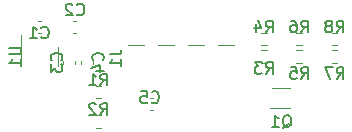
<source format=gbo>
%TF.GenerationSoftware,KiCad,Pcbnew,(6.0.9)*%
%TF.CreationDate,2023-01-27T20:46:41+09:00*%
%TF.ProjectId,VL6180ToF_5,564c3631-3830-4546-9f46-5f352e6b6963,rev?*%
%TF.SameCoordinates,Original*%
%TF.FileFunction,Legend,Bot*%
%TF.FilePolarity,Positive*%
%FSLAX46Y46*%
G04 Gerber Fmt 4.6, Leading zero omitted, Abs format (unit mm)*
G04 Created by KiCad (PCBNEW (6.0.9)) date 2023-01-27 20:46:41*
%MOMM*%
%LPD*%
G01*
G04 APERTURE LIST*
%ADD10C,0.150000*%
%ADD11C,0.120000*%
G04 APERTURE END LIST*
D10*
%TO.C,C1*%
X118166666Y-101867142D02*
X118214285Y-101914761D01*
X118357142Y-101962380D01*
X118452380Y-101962380D01*
X118595238Y-101914761D01*
X118690476Y-101819523D01*
X118738095Y-101724285D01*
X118785714Y-101533809D01*
X118785714Y-101390952D01*
X118738095Y-101200476D01*
X118690476Y-101105238D01*
X118595238Y-101010000D01*
X118452380Y-100962380D01*
X118357142Y-100962380D01*
X118214285Y-101010000D01*
X118166666Y-101057619D01*
X117214285Y-101962380D02*
X117785714Y-101962380D01*
X117500000Y-101962380D02*
X117500000Y-100962380D01*
X117595238Y-101105238D01*
X117690476Y-101200476D01*
X117785714Y-101248095D01*
%TO.C,C2*%
X121166666Y-99927142D02*
X121214285Y-99974761D01*
X121357142Y-100022380D01*
X121452380Y-100022380D01*
X121595238Y-99974761D01*
X121690476Y-99879523D01*
X121738095Y-99784285D01*
X121785714Y-99593809D01*
X121785714Y-99450952D01*
X121738095Y-99260476D01*
X121690476Y-99165238D01*
X121595238Y-99070000D01*
X121452380Y-99022380D01*
X121357142Y-99022380D01*
X121214285Y-99070000D01*
X121166666Y-99117619D01*
X120785714Y-99117619D02*
X120738095Y-99070000D01*
X120642857Y-99022380D01*
X120404761Y-99022380D01*
X120309523Y-99070000D01*
X120261904Y-99117619D01*
X120214285Y-99212857D01*
X120214285Y-99308095D01*
X120261904Y-99450952D01*
X120833333Y-100022380D01*
X120214285Y-100022380D01*
%TO.C,C3*%
X119857142Y-103833333D02*
X119904761Y-103785714D01*
X119952380Y-103642857D01*
X119952380Y-103547619D01*
X119904761Y-103404761D01*
X119809523Y-103309523D01*
X119714285Y-103261904D01*
X119523809Y-103214285D01*
X119380952Y-103214285D01*
X119190476Y-103261904D01*
X119095238Y-103309523D01*
X119000000Y-103404761D01*
X118952380Y-103547619D01*
X118952380Y-103642857D01*
X119000000Y-103785714D01*
X119047619Y-103833333D01*
X118952380Y-104166666D02*
X118952380Y-104785714D01*
X119333333Y-104452380D01*
X119333333Y-104595238D01*
X119380952Y-104690476D01*
X119428571Y-104738095D01*
X119523809Y-104785714D01*
X119761904Y-104785714D01*
X119857142Y-104738095D01*
X119904761Y-104690476D01*
X119952380Y-104595238D01*
X119952380Y-104309523D01*
X119904761Y-104214285D01*
X119857142Y-104166666D01*
%TO.C,C4*%
X123357142Y-103833333D02*
X123404761Y-103785714D01*
X123452380Y-103642857D01*
X123452380Y-103547619D01*
X123404761Y-103404761D01*
X123309523Y-103309523D01*
X123214285Y-103261904D01*
X123023809Y-103214285D01*
X122880952Y-103214285D01*
X122690476Y-103261904D01*
X122595238Y-103309523D01*
X122500000Y-103404761D01*
X122452380Y-103547619D01*
X122452380Y-103642857D01*
X122500000Y-103785714D01*
X122547619Y-103833333D01*
X122785714Y-104690476D02*
X123452380Y-104690476D01*
X122404761Y-104452380D02*
X123119047Y-104214285D01*
X123119047Y-104833333D01*
%TO.C,C5*%
X127503887Y-107347142D02*
X127551506Y-107394761D01*
X127694363Y-107442380D01*
X127789601Y-107442380D01*
X127932459Y-107394761D01*
X128027697Y-107299523D01*
X128075316Y-107204285D01*
X128122935Y-107013809D01*
X128122935Y-106870952D01*
X128075316Y-106680476D01*
X128027697Y-106585238D01*
X127932459Y-106490000D01*
X127789601Y-106442380D01*
X127694363Y-106442380D01*
X127551506Y-106490000D01*
X127503887Y-106537619D01*
X126599125Y-106442380D02*
X127075316Y-106442380D01*
X127122935Y-106918571D01*
X127075316Y-106870952D01*
X126980078Y-106823333D01*
X126741982Y-106823333D01*
X126646744Y-106870952D01*
X126599125Y-106918571D01*
X126551506Y-107013809D01*
X126551506Y-107251904D01*
X126599125Y-107347142D01*
X126646744Y-107394761D01*
X126741982Y-107442380D01*
X126980078Y-107442380D01*
X127075316Y-107394761D01*
X127122935Y-107347142D01*
%TO.C,Q1*%
X138595238Y-109547619D02*
X138690476Y-109500000D01*
X138785714Y-109404761D01*
X138928571Y-109261904D01*
X139023809Y-109214285D01*
X139119047Y-109214285D01*
X139071428Y-109452380D02*
X139166666Y-109404761D01*
X139261904Y-109309523D01*
X139309523Y-109119047D01*
X139309523Y-108785714D01*
X139261904Y-108595238D01*
X139166666Y-108500000D01*
X139071428Y-108452380D01*
X138880952Y-108452380D01*
X138785714Y-108500000D01*
X138690476Y-108595238D01*
X138642857Y-108785714D01*
X138642857Y-109119047D01*
X138690476Y-109309523D01*
X138785714Y-109404761D01*
X138880952Y-109452380D01*
X139071428Y-109452380D01*
X137690476Y-109452380D02*
X138261904Y-109452380D01*
X137976190Y-109452380D02*
X137976190Y-108452380D01*
X138071428Y-108595238D01*
X138166666Y-108690476D01*
X138261904Y-108738095D01*
%TO.C,R1*%
X123166666Y-105952380D02*
X123500000Y-105476190D01*
X123738095Y-105952380D02*
X123738095Y-104952380D01*
X123357142Y-104952380D01*
X123261904Y-105000000D01*
X123214285Y-105047619D01*
X123166666Y-105142857D01*
X123166666Y-105285714D01*
X123214285Y-105380952D01*
X123261904Y-105428571D01*
X123357142Y-105476190D01*
X123738095Y-105476190D01*
X122214285Y-105952380D02*
X122785714Y-105952380D01*
X122500000Y-105952380D02*
X122500000Y-104952380D01*
X122595238Y-105095238D01*
X122690476Y-105190476D01*
X122785714Y-105238095D01*
%TO.C,R2*%
X123166666Y-108452380D02*
X123500000Y-107976190D01*
X123738095Y-108452380D02*
X123738095Y-107452380D01*
X123357142Y-107452380D01*
X123261904Y-107500000D01*
X123214285Y-107547619D01*
X123166666Y-107642857D01*
X123166666Y-107785714D01*
X123214285Y-107880952D01*
X123261904Y-107928571D01*
X123357142Y-107976190D01*
X123738095Y-107976190D01*
X122785714Y-107547619D02*
X122738095Y-107500000D01*
X122642857Y-107452380D01*
X122404761Y-107452380D01*
X122309523Y-107500000D01*
X122261904Y-107547619D01*
X122214285Y-107642857D01*
X122214285Y-107738095D01*
X122261904Y-107880952D01*
X122833333Y-108452380D01*
X122214285Y-108452380D01*
%TO.C,R3*%
X137166666Y-104952380D02*
X137500000Y-104476190D01*
X137738095Y-104952380D02*
X137738095Y-103952380D01*
X137357142Y-103952380D01*
X137261904Y-104000000D01*
X137214285Y-104047619D01*
X137166666Y-104142857D01*
X137166666Y-104285714D01*
X137214285Y-104380952D01*
X137261904Y-104428571D01*
X137357142Y-104476190D01*
X137738095Y-104476190D01*
X136833333Y-103952380D02*
X136214285Y-103952380D01*
X136547619Y-104333333D01*
X136404761Y-104333333D01*
X136309523Y-104380952D01*
X136261904Y-104428571D01*
X136214285Y-104523809D01*
X136214285Y-104761904D01*
X136261904Y-104857142D01*
X136309523Y-104904761D01*
X136404761Y-104952380D01*
X136690476Y-104952380D01*
X136785714Y-104904761D01*
X136833333Y-104857142D01*
%TO.C,R4*%
X137166666Y-101452380D02*
X137500000Y-100976190D01*
X137738095Y-101452380D02*
X137738095Y-100452380D01*
X137357142Y-100452380D01*
X137261904Y-100500000D01*
X137214285Y-100547619D01*
X137166666Y-100642857D01*
X137166666Y-100785714D01*
X137214285Y-100880952D01*
X137261904Y-100928571D01*
X137357142Y-100976190D01*
X137738095Y-100976190D01*
X136309523Y-100785714D02*
X136309523Y-101452380D01*
X136547619Y-100404761D02*
X136785714Y-101119047D01*
X136166666Y-101119047D01*
%TO.C,R5*%
X140166666Y-105382380D02*
X140500000Y-104906190D01*
X140738095Y-105382380D02*
X140738095Y-104382380D01*
X140357142Y-104382380D01*
X140261904Y-104430000D01*
X140214285Y-104477619D01*
X140166666Y-104572857D01*
X140166666Y-104715714D01*
X140214285Y-104810952D01*
X140261904Y-104858571D01*
X140357142Y-104906190D01*
X140738095Y-104906190D01*
X139261904Y-104382380D02*
X139738095Y-104382380D01*
X139785714Y-104858571D01*
X139738095Y-104810952D01*
X139642857Y-104763333D01*
X139404761Y-104763333D01*
X139309523Y-104810952D01*
X139261904Y-104858571D01*
X139214285Y-104953809D01*
X139214285Y-105191904D01*
X139261904Y-105287142D01*
X139309523Y-105334761D01*
X139404761Y-105382380D01*
X139642857Y-105382380D01*
X139738095Y-105334761D01*
X139785714Y-105287142D01*
%TO.C,R6*%
X140166666Y-101452380D02*
X140500000Y-100976190D01*
X140738095Y-101452380D02*
X140738095Y-100452380D01*
X140357142Y-100452380D01*
X140261904Y-100500000D01*
X140214285Y-100547619D01*
X140166666Y-100642857D01*
X140166666Y-100785714D01*
X140214285Y-100880952D01*
X140261904Y-100928571D01*
X140357142Y-100976190D01*
X140738095Y-100976190D01*
X139309523Y-100452380D02*
X139500000Y-100452380D01*
X139595238Y-100500000D01*
X139642857Y-100547619D01*
X139738095Y-100690476D01*
X139785714Y-100880952D01*
X139785714Y-101261904D01*
X139738095Y-101357142D01*
X139690476Y-101404761D01*
X139595238Y-101452380D01*
X139404761Y-101452380D01*
X139309523Y-101404761D01*
X139261904Y-101357142D01*
X139214285Y-101261904D01*
X139214285Y-101023809D01*
X139261904Y-100928571D01*
X139309523Y-100880952D01*
X139404761Y-100833333D01*
X139595238Y-100833333D01*
X139690476Y-100880952D01*
X139738095Y-100928571D01*
X139785714Y-101023809D01*
%TO.C,R7*%
X143166666Y-105382380D02*
X143500000Y-104906190D01*
X143738095Y-105382380D02*
X143738095Y-104382380D01*
X143357142Y-104382380D01*
X143261904Y-104430000D01*
X143214285Y-104477619D01*
X143166666Y-104572857D01*
X143166666Y-104715714D01*
X143214285Y-104810952D01*
X143261904Y-104858571D01*
X143357142Y-104906190D01*
X143738095Y-104906190D01*
X142833333Y-104382380D02*
X142166666Y-104382380D01*
X142595238Y-105382380D01*
%TO.C,R8*%
X143166666Y-101452380D02*
X143500000Y-100976190D01*
X143738095Y-101452380D02*
X143738095Y-100452380D01*
X143357142Y-100452380D01*
X143261904Y-100500000D01*
X143214285Y-100547619D01*
X143166666Y-100642857D01*
X143166666Y-100785714D01*
X143214285Y-100880952D01*
X143261904Y-100928571D01*
X143357142Y-100976190D01*
X143738095Y-100976190D01*
X142595238Y-100880952D02*
X142690476Y-100833333D01*
X142738095Y-100785714D01*
X142785714Y-100690476D01*
X142785714Y-100642857D01*
X142738095Y-100547619D01*
X142690476Y-100500000D01*
X142595238Y-100452380D01*
X142404761Y-100452380D01*
X142309523Y-100500000D01*
X142261904Y-100547619D01*
X142214285Y-100642857D01*
X142214285Y-100690476D01*
X142261904Y-100785714D01*
X142309523Y-100833333D01*
X142404761Y-100880952D01*
X142595238Y-100880952D01*
X142690476Y-100928571D01*
X142738095Y-100976190D01*
X142785714Y-101071428D01*
X142785714Y-101261904D01*
X142738095Y-101357142D01*
X142690476Y-101404761D01*
X142595238Y-101452380D01*
X142404761Y-101452380D01*
X142309523Y-101404761D01*
X142261904Y-101357142D01*
X142214285Y-101261904D01*
X142214285Y-101071428D01*
X142261904Y-100976190D01*
X142309523Y-100928571D01*
X142404761Y-100880952D01*
%TO.C,U1*%
X115452380Y-102738095D02*
X116261904Y-102738095D01*
X116357142Y-102785714D01*
X116404761Y-102833333D01*
X116452380Y-102928571D01*
X116452380Y-103119047D01*
X116404761Y-103214285D01*
X116357142Y-103261904D01*
X116261904Y-103309523D01*
X115452380Y-103309523D01*
X116452380Y-104309523D02*
X116452380Y-103738095D01*
X116452380Y-104023809D02*
X115452380Y-104023809D01*
X115595238Y-103928571D01*
X115690476Y-103833333D01*
X115738095Y-103738095D01*
%TO.C,J1*%
X123947380Y-103304166D02*
X124661666Y-103304166D01*
X124804523Y-103256547D01*
X124899761Y-103161309D01*
X124947380Y-103018452D01*
X124947380Y-102923214D01*
X124947380Y-104304166D02*
X124947380Y-103732738D01*
X124947380Y-104018452D02*
X123947380Y-104018452D01*
X124090238Y-103923214D01*
X124185476Y-103827976D01*
X124233095Y-103732738D01*
D11*
%TO.C,C1*%
X117859420Y-100490000D02*
X118140580Y-100490000D01*
X117859420Y-101510000D02*
X118140580Y-101510000D01*
%TO.C,C2*%
X121140580Y-100490000D02*
X120859420Y-100490000D01*
X121140580Y-101510000D02*
X120859420Y-101510000D01*
%TO.C,C3*%
X121010000Y-104140580D02*
X121010000Y-103859420D01*
X119990000Y-104140580D02*
X119990000Y-103859420D01*
%TO.C,C4*%
X121490000Y-104140580D02*
X121490000Y-103859420D01*
X122510000Y-104140580D02*
X122510000Y-103859420D01*
%TO.C,C5*%
X127640580Y-106990000D02*
X127359420Y-106990000D01*
X127640580Y-108010000D02*
X127359420Y-108010000D01*
%TO.C,Q1*%
X137705000Y-106150000D02*
X139255000Y-106150000D01*
X137555000Y-107850000D02*
X139255000Y-107850000D01*
%TO.C,R1*%
X122762742Y-107022500D02*
X123237258Y-107022500D01*
X122762742Y-105977500D02*
X123237258Y-105977500D01*
%TO.C,R2*%
X122762742Y-109522500D02*
X123237258Y-109522500D01*
X122762742Y-108477500D02*
X123237258Y-108477500D01*
%TO.C,R3*%
X137237258Y-102977500D02*
X136762742Y-102977500D01*
X137237258Y-104022500D02*
X136762742Y-104022500D01*
%TO.C,R4*%
X137237258Y-101477500D02*
X136762742Y-101477500D01*
X137237258Y-102522500D02*
X136762742Y-102522500D01*
%TO.C,R5*%
X139762742Y-102977500D02*
X140237258Y-102977500D01*
X139762742Y-104022500D02*
X140237258Y-104022500D01*
%TO.C,R6*%
X139762742Y-101477500D02*
X140237258Y-101477500D01*
X139762742Y-102522500D02*
X140237258Y-102522500D01*
%TO.C,R7*%
X142762742Y-102977500D02*
X143237258Y-102977500D01*
X142762742Y-104022500D02*
X143237258Y-104022500D01*
%TO.C,R8*%
X142762742Y-102522500D02*
X143237258Y-102522500D01*
X142762742Y-101477500D02*
X143237258Y-101477500D01*
%TO.C,U1*%
X116440000Y-103500000D02*
X116440000Y-101700000D01*
X116440000Y-103500000D02*
X116440000Y-104300000D01*
X119560000Y-103500000D02*
X119560000Y-102700000D01*
X119560000Y-103500000D02*
X119560000Y-104300000D01*
%TO.C,J1*%
X128045000Y-102527500D02*
X129415000Y-102527500D01*
X134395000Y-102527500D02*
X134505000Y-102527500D01*
X125505000Y-102527500D02*
X126875000Y-102527500D01*
X133125000Y-102527500D02*
X134495000Y-102527500D01*
X130585000Y-102527500D02*
X131955000Y-102527500D01*
%TD*%
M02*

</source>
